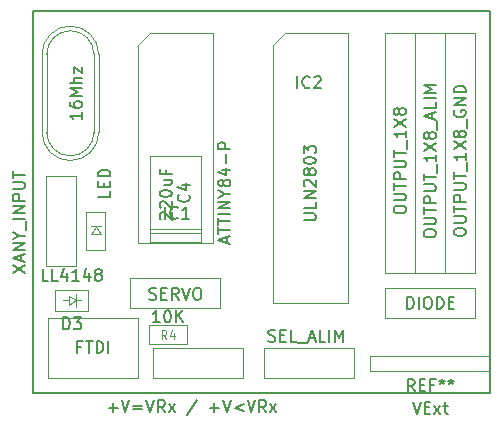
<source format=gbr>
G04 #@! TF.GenerationSoftware,KiCad,Pcbnew,(5.1.5)-3*
G04 #@! TF.CreationDate,2020-05-30T19:34:34+02:00*
G04 #@! TF.ProjectId,MutltiSwitch_Sw8,4d75746c-7469-4537-9769-7463685f5377,0.1*
G04 #@! TF.SameCoordinates,Original*
G04 #@! TF.FileFunction,Other,Fab,Top*
%FSLAX46Y46*%
G04 Gerber Fmt 4.6, Leading zero omitted, Abs format (unit mm)*
G04 Created by KiCad (PCBNEW (5.1.5)-3) date 2020-05-30 19:34:34*
%MOMM*%
%LPD*%
G04 APERTURE LIST*
%ADD10C,0.200000*%
%ADD11C,0.100000*%
%ADD12C,0.150000*%
%ADD13C,0.105000*%
G04 APERTURE END LIST*
D10*
X133350000Y-88265000D02*
X133350000Y-120650000D01*
X172085000Y-88265000D02*
X172085000Y-120650000D01*
X172085000Y-120650000D02*
X133350000Y-120650000D01*
X172085000Y-88265000D02*
X133350000Y-88265000D01*
D11*
X168275000Y-108585000D02*
X168275000Y-110490000D01*
X168275000Y-110490000D02*
X170815000Y-110490000D01*
X170815000Y-110490000D02*
X170815000Y-108585000D01*
X170815000Y-90170000D02*
X170815000Y-108585000D01*
X168275000Y-108585000D02*
X168275000Y-90170000D01*
X170815000Y-90170000D02*
X168275000Y-90170000D01*
X165735000Y-108585000D02*
X165735000Y-110490000D01*
X165735000Y-110490000D02*
X168275000Y-110490000D01*
X168275000Y-110490000D02*
X168275000Y-108585000D01*
X168275000Y-90170000D02*
X168275000Y-108585000D01*
X165735000Y-108585000D02*
X165735000Y-90170000D01*
X168275000Y-90170000D02*
X165735000Y-90170000D01*
X143240000Y-90170000D02*
X148590000Y-90170000D01*
X148590000Y-90170000D02*
X148590000Y-107950000D01*
X148590000Y-107950000D02*
X142240000Y-107950000D01*
X142240000Y-107950000D02*
X142240000Y-91170000D01*
X142240000Y-91170000D02*
X143240000Y-90170000D01*
X163195000Y-108585000D02*
X163195000Y-110490000D01*
X163195000Y-110490000D02*
X165735000Y-110490000D01*
X165735000Y-110490000D02*
X165735000Y-108585000D01*
X165735000Y-90170000D02*
X165735000Y-108585000D01*
X163195000Y-108585000D02*
X163195000Y-90170000D01*
X165735000Y-90170000D02*
X163195000Y-90170000D01*
X154670000Y-90170000D02*
X160020000Y-90170000D01*
X160020000Y-90170000D02*
X160020000Y-113030000D01*
X160020000Y-113030000D02*
X153670000Y-113030000D01*
X153670000Y-113030000D02*
X153670000Y-91170000D01*
X153670000Y-91170000D02*
X154670000Y-90170000D01*
X143510000Y-119380000D02*
X151130000Y-119380000D01*
X151130000Y-119380000D02*
X151130000Y-116840000D01*
X151130000Y-116840000D02*
X143510000Y-116840000D01*
X143510000Y-116840000D02*
X143510000Y-119380000D01*
X134493000Y-102235000D02*
X134493000Y-109855000D01*
X134493000Y-109855000D02*
X137033000Y-109855000D01*
X137033000Y-109855000D02*
X137033000Y-102235000D01*
X137033000Y-102235000D02*
X134493000Y-102235000D01*
X141605000Y-113411000D02*
X149225000Y-113411000D01*
X149225000Y-113411000D02*
X149225000Y-110871000D01*
X149225000Y-110871000D02*
X141605000Y-110871000D01*
X141605000Y-110871000D02*
X141605000Y-113411000D01*
X163195000Y-114300000D02*
X170815000Y-114300000D01*
X170815000Y-114300000D02*
X170815000Y-111760000D01*
X170815000Y-111760000D02*
X163195000Y-111760000D01*
X163195000Y-111760000D02*
X163195000Y-114300000D01*
X152908000Y-119380000D02*
X160528000Y-119380000D01*
X160528000Y-119380000D02*
X160528000Y-116840000D01*
X160528000Y-116840000D02*
X152908000Y-116840000D01*
X152908000Y-116840000D02*
X152908000Y-119380000D01*
X146380000Y-114897000D02*
X146380000Y-116497000D01*
X143180000Y-114897000D02*
X146380000Y-114897000D01*
X143180000Y-116497000D02*
X143180000Y-114897000D01*
X146380000Y-116497000D02*
X143180000Y-116497000D01*
X134620000Y-119380000D02*
X142240000Y-119380000D01*
X142240000Y-119380000D02*
X142240000Y-114300000D01*
X142240000Y-114300000D02*
X134620000Y-114300000D01*
X134620000Y-114300000D02*
X134620000Y-119380000D01*
X143265000Y-107825000D02*
X147565000Y-107825000D01*
X147565000Y-107825000D02*
X147565000Y-100525000D01*
X147565000Y-100525000D02*
X143265000Y-100525000D01*
X143265000Y-100525000D02*
X143265000Y-107825000D01*
X143265000Y-107095000D02*
X147565000Y-107095000D01*
X143265000Y-106730000D02*
X147565000Y-106730000D01*
X139084000Y-106485000D02*
X138284000Y-106485000D01*
X138684000Y-106535000D02*
X139084000Y-107135000D01*
X138284000Y-107135000D02*
X138684000Y-106535000D01*
X139084000Y-107135000D02*
X138284000Y-107135000D01*
X137884000Y-108535000D02*
X137884000Y-105335000D01*
X139484000Y-108535000D02*
X137884000Y-108535000D01*
X139484000Y-105335000D02*
X139484000Y-108535000D01*
X137884000Y-105335000D02*
X139484000Y-105335000D01*
X136402000Y-112776000D02*
X135902000Y-112776000D01*
X136402000Y-112376000D02*
X137002000Y-112776000D01*
X136402000Y-113176000D02*
X136402000Y-112376000D01*
X137002000Y-112776000D02*
X136402000Y-113176000D01*
X137002000Y-112776000D02*
X137002000Y-112226000D01*
X137002000Y-112776000D02*
X137002000Y-113326000D01*
X137402000Y-112776000D02*
X137002000Y-112776000D01*
X138052000Y-111876000D02*
X138052000Y-113676000D01*
X135252000Y-111876000D02*
X138052000Y-111876000D01*
X135252000Y-113676000D02*
X135252000Y-111876000D01*
X138052000Y-113676000D02*
X135252000Y-113676000D01*
X172085000Y-118745000D02*
X161925000Y-118745000D01*
X161925000Y-118745000D02*
X161925000Y-117475000D01*
X161925000Y-117475000D02*
X172085000Y-117475000D01*
X172085000Y-118745000D02*
X172085000Y-117475000D01*
X138925000Y-91950000D02*
G75*
G03X136525000Y-89550000I-2400000J0D01*
G01*
X136525000Y-89550000D02*
G75*
G03X134125000Y-91950000I0J-2400000D01*
G01*
X136525000Y-100950000D02*
G75*
G03X138925000Y-98550000I0J2400000D01*
G01*
X134125000Y-98550000D02*
G75*
G03X136525000Y-100950000I2400000J0D01*
G01*
X138925000Y-98550000D02*
X138925000Y-91950000D01*
X134125000Y-91950000D02*
X134125000Y-98550000D01*
X134525000Y-98650000D02*
X134525000Y-91850000D01*
X138525000Y-98650000D02*
X138525000Y-91850000D01*
X138525000Y-91950000D02*
G75*
G03X136525000Y-89950000I-2000000J0D01*
G01*
X136525000Y-89950000D02*
G75*
G03X134525000Y-91950000I0J-2000000D01*
G01*
X136525000Y-100550000D02*
G75*
G03X138525000Y-98550000I0J2000000D01*
G01*
X134525000Y-98550000D02*
G75*
G03X136525000Y-100550000I2000000J0D01*
G01*
D12*
X168997380Y-107084047D02*
X168997380Y-106893571D01*
X169045000Y-106798333D01*
X169140238Y-106703095D01*
X169330714Y-106655476D01*
X169664047Y-106655476D01*
X169854523Y-106703095D01*
X169949761Y-106798333D01*
X169997380Y-106893571D01*
X169997380Y-107084047D01*
X169949761Y-107179285D01*
X169854523Y-107274523D01*
X169664047Y-107322142D01*
X169330714Y-107322142D01*
X169140238Y-107274523D01*
X169045000Y-107179285D01*
X168997380Y-107084047D01*
X168997380Y-106226904D02*
X169806904Y-106226904D01*
X169902142Y-106179285D01*
X169949761Y-106131666D01*
X169997380Y-106036428D01*
X169997380Y-105845952D01*
X169949761Y-105750714D01*
X169902142Y-105703095D01*
X169806904Y-105655476D01*
X168997380Y-105655476D01*
X168997380Y-105322142D02*
X168997380Y-104750714D01*
X169997380Y-105036428D02*
X168997380Y-105036428D01*
X169997380Y-104417380D02*
X168997380Y-104417380D01*
X168997380Y-104036428D01*
X169045000Y-103941190D01*
X169092619Y-103893571D01*
X169187857Y-103845952D01*
X169330714Y-103845952D01*
X169425952Y-103893571D01*
X169473571Y-103941190D01*
X169521190Y-104036428D01*
X169521190Y-104417380D01*
X168997380Y-103417380D02*
X169806904Y-103417380D01*
X169902142Y-103369761D01*
X169949761Y-103322142D01*
X169997380Y-103226904D01*
X169997380Y-103036428D01*
X169949761Y-102941190D01*
X169902142Y-102893571D01*
X169806904Y-102845952D01*
X168997380Y-102845952D01*
X168997380Y-102512619D02*
X168997380Y-101941190D01*
X169997380Y-102226904D02*
X168997380Y-102226904D01*
X170092619Y-101845952D02*
X170092619Y-101084047D01*
X169997380Y-100322142D02*
X169997380Y-100893571D01*
X169997380Y-100607857D02*
X168997380Y-100607857D01*
X169140238Y-100703095D01*
X169235476Y-100798333D01*
X169283095Y-100893571D01*
X168997380Y-99988809D02*
X169997380Y-99322142D01*
X168997380Y-99322142D02*
X169997380Y-99988809D01*
X169425952Y-98798333D02*
X169378333Y-98893571D01*
X169330714Y-98941190D01*
X169235476Y-98988809D01*
X169187857Y-98988809D01*
X169092619Y-98941190D01*
X169045000Y-98893571D01*
X168997380Y-98798333D01*
X168997380Y-98607857D01*
X169045000Y-98512619D01*
X169092619Y-98465000D01*
X169187857Y-98417380D01*
X169235476Y-98417380D01*
X169330714Y-98465000D01*
X169378333Y-98512619D01*
X169425952Y-98607857D01*
X169425952Y-98798333D01*
X169473571Y-98893571D01*
X169521190Y-98941190D01*
X169616428Y-98988809D01*
X169806904Y-98988809D01*
X169902142Y-98941190D01*
X169949761Y-98893571D01*
X169997380Y-98798333D01*
X169997380Y-98607857D01*
X169949761Y-98512619D01*
X169902142Y-98465000D01*
X169806904Y-98417380D01*
X169616428Y-98417380D01*
X169521190Y-98465000D01*
X169473571Y-98512619D01*
X169425952Y-98607857D01*
X170092619Y-98226904D02*
X170092619Y-97465000D01*
X169045000Y-96703095D02*
X168997380Y-96798333D01*
X168997380Y-96941190D01*
X169045000Y-97084047D01*
X169140238Y-97179285D01*
X169235476Y-97226904D01*
X169425952Y-97274523D01*
X169568809Y-97274523D01*
X169759285Y-97226904D01*
X169854523Y-97179285D01*
X169949761Y-97084047D01*
X169997380Y-96941190D01*
X169997380Y-96845952D01*
X169949761Y-96703095D01*
X169902142Y-96655476D01*
X169568809Y-96655476D01*
X169568809Y-96845952D01*
X169997380Y-96226904D02*
X168997380Y-96226904D01*
X169997380Y-95655476D01*
X168997380Y-95655476D01*
X169997380Y-95179285D02*
X168997380Y-95179285D01*
X168997380Y-94941190D01*
X169045000Y-94798333D01*
X169140238Y-94703095D01*
X169235476Y-94655476D01*
X169425952Y-94607857D01*
X169568809Y-94607857D01*
X169759285Y-94655476D01*
X169854523Y-94703095D01*
X169949761Y-94798333D01*
X169997380Y-94941190D01*
X169997380Y-95179285D01*
X166457380Y-107203095D02*
X166457380Y-107012619D01*
X166505000Y-106917380D01*
X166600238Y-106822142D01*
X166790714Y-106774523D01*
X167124047Y-106774523D01*
X167314523Y-106822142D01*
X167409761Y-106917380D01*
X167457380Y-107012619D01*
X167457380Y-107203095D01*
X167409761Y-107298333D01*
X167314523Y-107393571D01*
X167124047Y-107441190D01*
X166790714Y-107441190D01*
X166600238Y-107393571D01*
X166505000Y-107298333D01*
X166457380Y-107203095D01*
X166457380Y-106345952D02*
X167266904Y-106345952D01*
X167362142Y-106298333D01*
X167409761Y-106250714D01*
X167457380Y-106155476D01*
X167457380Y-105965000D01*
X167409761Y-105869761D01*
X167362142Y-105822142D01*
X167266904Y-105774523D01*
X166457380Y-105774523D01*
X166457380Y-105441190D02*
X166457380Y-104869761D01*
X167457380Y-105155476D02*
X166457380Y-105155476D01*
X167457380Y-104536428D02*
X166457380Y-104536428D01*
X166457380Y-104155476D01*
X166505000Y-104060238D01*
X166552619Y-104012619D01*
X166647857Y-103965000D01*
X166790714Y-103965000D01*
X166885952Y-104012619D01*
X166933571Y-104060238D01*
X166981190Y-104155476D01*
X166981190Y-104536428D01*
X166457380Y-103536428D02*
X167266904Y-103536428D01*
X167362142Y-103488809D01*
X167409761Y-103441190D01*
X167457380Y-103345952D01*
X167457380Y-103155476D01*
X167409761Y-103060238D01*
X167362142Y-103012619D01*
X167266904Y-102965000D01*
X166457380Y-102965000D01*
X166457380Y-102631666D02*
X166457380Y-102060238D01*
X167457380Y-102345952D02*
X166457380Y-102345952D01*
X167552619Y-101965000D02*
X167552619Y-101203095D01*
X167457380Y-100441190D02*
X167457380Y-101012619D01*
X167457380Y-100726904D02*
X166457380Y-100726904D01*
X166600238Y-100822142D01*
X166695476Y-100917380D01*
X166743095Y-101012619D01*
X166457380Y-100107857D02*
X167457380Y-99441190D01*
X166457380Y-99441190D02*
X167457380Y-100107857D01*
X166885952Y-98917380D02*
X166838333Y-99012619D01*
X166790714Y-99060238D01*
X166695476Y-99107857D01*
X166647857Y-99107857D01*
X166552619Y-99060238D01*
X166505000Y-99012619D01*
X166457380Y-98917380D01*
X166457380Y-98726904D01*
X166505000Y-98631666D01*
X166552619Y-98584047D01*
X166647857Y-98536428D01*
X166695476Y-98536428D01*
X166790714Y-98584047D01*
X166838333Y-98631666D01*
X166885952Y-98726904D01*
X166885952Y-98917380D01*
X166933571Y-99012619D01*
X166981190Y-99060238D01*
X167076428Y-99107857D01*
X167266904Y-99107857D01*
X167362142Y-99060238D01*
X167409761Y-99012619D01*
X167457380Y-98917380D01*
X167457380Y-98726904D01*
X167409761Y-98631666D01*
X167362142Y-98584047D01*
X167266904Y-98536428D01*
X167076428Y-98536428D01*
X166981190Y-98584047D01*
X166933571Y-98631666D01*
X166885952Y-98726904D01*
X167552619Y-98345952D02*
X167552619Y-97584047D01*
X167171666Y-97393571D02*
X167171666Y-96917380D01*
X167457380Y-97488809D02*
X166457380Y-97155476D01*
X167457380Y-96822142D01*
X167457380Y-96012619D02*
X167457380Y-96488809D01*
X166457380Y-96488809D01*
X167457380Y-95679285D02*
X166457380Y-95679285D01*
X167457380Y-95203095D02*
X166457380Y-95203095D01*
X167171666Y-94869761D01*
X166457380Y-94536428D01*
X167457380Y-94536428D01*
X149772666Y-107893904D02*
X149772666Y-107417714D01*
X150058380Y-107989142D02*
X149058380Y-107655809D01*
X150058380Y-107322476D01*
X149058380Y-107132000D02*
X149058380Y-106560571D01*
X150058380Y-106846285D02*
X149058380Y-106846285D01*
X149058380Y-106370095D02*
X149058380Y-105798666D01*
X150058380Y-106084380D02*
X149058380Y-106084380D01*
X150058380Y-105465333D02*
X149058380Y-105465333D01*
X150058380Y-104989142D02*
X149058380Y-104989142D01*
X150058380Y-104417714D01*
X149058380Y-104417714D01*
X149582190Y-103751047D02*
X150058380Y-103751047D01*
X149058380Y-104084380D02*
X149582190Y-103751047D01*
X149058380Y-103417714D01*
X149486952Y-102941523D02*
X149439333Y-103036761D01*
X149391714Y-103084380D01*
X149296476Y-103132000D01*
X149248857Y-103132000D01*
X149153619Y-103084380D01*
X149106000Y-103036761D01*
X149058380Y-102941523D01*
X149058380Y-102751047D01*
X149106000Y-102655809D01*
X149153619Y-102608190D01*
X149248857Y-102560571D01*
X149296476Y-102560571D01*
X149391714Y-102608190D01*
X149439333Y-102655809D01*
X149486952Y-102751047D01*
X149486952Y-102941523D01*
X149534571Y-103036761D01*
X149582190Y-103084380D01*
X149677428Y-103132000D01*
X149867904Y-103132000D01*
X149963142Y-103084380D01*
X150010761Y-103036761D01*
X150058380Y-102941523D01*
X150058380Y-102751047D01*
X150010761Y-102655809D01*
X149963142Y-102608190D01*
X149867904Y-102560571D01*
X149677428Y-102560571D01*
X149582190Y-102608190D01*
X149534571Y-102655809D01*
X149486952Y-102751047D01*
X149391714Y-101703428D02*
X150058380Y-101703428D01*
X149010761Y-101941523D02*
X149725047Y-102179619D01*
X149725047Y-101560571D01*
X149677428Y-101179619D02*
X149677428Y-100417714D01*
X150058380Y-99941523D02*
X149058380Y-99941523D01*
X149058380Y-99560571D01*
X149106000Y-99465333D01*
X149153619Y-99417714D01*
X149248857Y-99370095D01*
X149391714Y-99370095D01*
X149486952Y-99417714D01*
X149534571Y-99465333D01*
X149582190Y-99560571D01*
X149582190Y-99941523D01*
X144565809Y-105862380D02*
X144565809Y-104862380D01*
X145613428Y-105767142D02*
X145565809Y-105814761D01*
X145422952Y-105862380D01*
X145327714Y-105862380D01*
X145184857Y-105814761D01*
X145089619Y-105719523D01*
X145042000Y-105624285D01*
X144994380Y-105433809D01*
X144994380Y-105290952D01*
X145042000Y-105100476D01*
X145089619Y-105005238D01*
X145184857Y-104910000D01*
X145327714Y-104862380D01*
X145422952Y-104862380D01*
X145565809Y-104910000D01*
X145613428Y-104957619D01*
X146565809Y-105862380D02*
X145994380Y-105862380D01*
X146280095Y-105862380D02*
X146280095Y-104862380D01*
X146184857Y-105005238D01*
X146089619Y-105100476D01*
X145994380Y-105148095D01*
X163917380Y-105179285D02*
X163917380Y-104988809D01*
X163965000Y-104893571D01*
X164060238Y-104798333D01*
X164250714Y-104750714D01*
X164584047Y-104750714D01*
X164774523Y-104798333D01*
X164869761Y-104893571D01*
X164917380Y-104988809D01*
X164917380Y-105179285D01*
X164869761Y-105274523D01*
X164774523Y-105369761D01*
X164584047Y-105417380D01*
X164250714Y-105417380D01*
X164060238Y-105369761D01*
X163965000Y-105274523D01*
X163917380Y-105179285D01*
X163917380Y-104322142D02*
X164726904Y-104322142D01*
X164822142Y-104274523D01*
X164869761Y-104226904D01*
X164917380Y-104131666D01*
X164917380Y-103941190D01*
X164869761Y-103845952D01*
X164822142Y-103798333D01*
X164726904Y-103750714D01*
X163917380Y-103750714D01*
X163917380Y-103417380D02*
X163917380Y-102845952D01*
X164917380Y-103131666D02*
X163917380Y-103131666D01*
X164917380Y-102512619D02*
X163917380Y-102512619D01*
X163917380Y-102131666D01*
X163965000Y-102036428D01*
X164012619Y-101988809D01*
X164107857Y-101941190D01*
X164250714Y-101941190D01*
X164345952Y-101988809D01*
X164393571Y-102036428D01*
X164441190Y-102131666D01*
X164441190Y-102512619D01*
X163917380Y-101512619D02*
X164726904Y-101512619D01*
X164822142Y-101465000D01*
X164869761Y-101417380D01*
X164917380Y-101322142D01*
X164917380Y-101131666D01*
X164869761Y-101036428D01*
X164822142Y-100988809D01*
X164726904Y-100941190D01*
X163917380Y-100941190D01*
X163917380Y-100607857D02*
X163917380Y-100036428D01*
X164917380Y-100322142D02*
X163917380Y-100322142D01*
X165012619Y-99941190D02*
X165012619Y-99179285D01*
X164917380Y-98417380D02*
X164917380Y-98988809D01*
X164917380Y-98703095D02*
X163917380Y-98703095D01*
X164060238Y-98798333D01*
X164155476Y-98893571D01*
X164203095Y-98988809D01*
X163917380Y-98084047D02*
X164917380Y-97417380D01*
X163917380Y-97417380D02*
X164917380Y-98084047D01*
X164345952Y-96893571D02*
X164298333Y-96988809D01*
X164250714Y-97036428D01*
X164155476Y-97084047D01*
X164107857Y-97084047D01*
X164012619Y-97036428D01*
X163965000Y-96988809D01*
X163917380Y-96893571D01*
X163917380Y-96703095D01*
X163965000Y-96607857D01*
X164012619Y-96560238D01*
X164107857Y-96512619D01*
X164155476Y-96512619D01*
X164250714Y-96560238D01*
X164298333Y-96607857D01*
X164345952Y-96703095D01*
X164345952Y-96893571D01*
X164393571Y-96988809D01*
X164441190Y-97036428D01*
X164536428Y-97084047D01*
X164726904Y-97084047D01*
X164822142Y-97036428D01*
X164869761Y-96988809D01*
X164917380Y-96893571D01*
X164917380Y-96703095D01*
X164869761Y-96607857D01*
X164822142Y-96560238D01*
X164726904Y-96512619D01*
X164536428Y-96512619D01*
X164441190Y-96560238D01*
X164393571Y-96607857D01*
X164345952Y-96703095D01*
X156297380Y-105989047D02*
X157106904Y-105989047D01*
X157202142Y-105941428D01*
X157249761Y-105893809D01*
X157297380Y-105798571D01*
X157297380Y-105608095D01*
X157249761Y-105512857D01*
X157202142Y-105465238D01*
X157106904Y-105417619D01*
X156297380Y-105417619D01*
X157297380Y-104465238D02*
X157297380Y-104941428D01*
X156297380Y-104941428D01*
X157297380Y-104131904D02*
X156297380Y-104131904D01*
X157297380Y-103560476D01*
X156297380Y-103560476D01*
X156392619Y-103131904D02*
X156345000Y-103084285D01*
X156297380Y-102989047D01*
X156297380Y-102750952D01*
X156345000Y-102655714D01*
X156392619Y-102608095D01*
X156487857Y-102560476D01*
X156583095Y-102560476D01*
X156725952Y-102608095D01*
X157297380Y-103179523D01*
X157297380Y-102560476D01*
X156725952Y-101989047D02*
X156678333Y-102084285D01*
X156630714Y-102131904D01*
X156535476Y-102179523D01*
X156487857Y-102179523D01*
X156392619Y-102131904D01*
X156345000Y-102084285D01*
X156297380Y-101989047D01*
X156297380Y-101798571D01*
X156345000Y-101703333D01*
X156392619Y-101655714D01*
X156487857Y-101608095D01*
X156535476Y-101608095D01*
X156630714Y-101655714D01*
X156678333Y-101703333D01*
X156725952Y-101798571D01*
X156725952Y-101989047D01*
X156773571Y-102084285D01*
X156821190Y-102131904D01*
X156916428Y-102179523D01*
X157106904Y-102179523D01*
X157202142Y-102131904D01*
X157249761Y-102084285D01*
X157297380Y-101989047D01*
X157297380Y-101798571D01*
X157249761Y-101703333D01*
X157202142Y-101655714D01*
X157106904Y-101608095D01*
X156916428Y-101608095D01*
X156821190Y-101655714D01*
X156773571Y-101703333D01*
X156725952Y-101798571D01*
X156297380Y-100989047D02*
X156297380Y-100893809D01*
X156345000Y-100798571D01*
X156392619Y-100750952D01*
X156487857Y-100703333D01*
X156678333Y-100655714D01*
X156916428Y-100655714D01*
X157106904Y-100703333D01*
X157202142Y-100750952D01*
X157249761Y-100798571D01*
X157297380Y-100893809D01*
X157297380Y-100989047D01*
X157249761Y-101084285D01*
X157202142Y-101131904D01*
X157106904Y-101179523D01*
X156916428Y-101227142D01*
X156678333Y-101227142D01*
X156487857Y-101179523D01*
X156392619Y-101131904D01*
X156345000Y-101084285D01*
X156297380Y-100989047D01*
X156297380Y-100322380D02*
X156297380Y-99703333D01*
X156678333Y-100036666D01*
X156678333Y-99893809D01*
X156725952Y-99798571D01*
X156773571Y-99750952D01*
X156868809Y-99703333D01*
X157106904Y-99703333D01*
X157202142Y-99750952D01*
X157249761Y-99798571D01*
X157297380Y-99893809D01*
X157297380Y-100179523D01*
X157249761Y-100274761D01*
X157202142Y-100322380D01*
X155741809Y-94813380D02*
X155741809Y-93813380D01*
X156789428Y-94718142D02*
X156741809Y-94765761D01*
X156598952Y-94813380D01*
X156503714Y-94813380D01*
X156360857Y-94765761D01*
X156265619Y-94670523D01*
X156218000Y-94575285D01*
X156170380Y-94384809D01*
X156170380Y-94241952D01*
X156218000Y-94051476D01*
X156265619Y-93956238D01*
X156360857Y-93861000D01*
X156503714Y-93813380D01*
X156598952Y-93813380D01*
X156741809Y-93861000D01*
X156789428Y-93908619D01*
X157170380Y-93908619D02*
X157218000Y-93861000D01*
X157313238Y-93813380D01*
X157551333Y-93813380D01*
X157646571Y-93861000D01*
X157694190Y-93908619D01*
X157741809Y-94003857D01*
X157741809Y-94099095D01*
X157694190Y-94241952D01*
X157122761Y-94813380D01*
X157741809Y-94813380D01*
X139764380Y-121864428D02*
X140526285Y-121864428D01*
X140145333Y-122245380D02*
X140145333Y-121483476D01*
X140859619Y-121245380D02*
X141192952Y-122245380D01*
X141526285Y-121245380D01*
X141859619Y-121721571D02*
X142621523Y-121721571D01*
X142621523Y-122007285D02*
X141859619Y-122007285D01*
X142954857Y-121245380D02*
X143288190Y-122245380D01*
X143621523Y-121245380D01*
X144526285Y-122245380D02*
X144192952Y-121769190D01*
X143954857Y-122245380D02*
X143954857Y-121245380D01*
X144335809Y-121245380D01*
X144431047Y-121293000D01*
X144478666Y-121340619D01*
X144526285Y-121435857D01*
X144526285Y-121578714D01*
X144478666Y-121673952D01*
X144431047Y-121721571D01*
X144335809Y-121769190D01*
X143954857Y-121769190D01*
X144859619Y-122245380D02*
X145383428Y-121578714D01*
X144859619Y-121578714D02*
X145383428Y-122245380D01*
X147240571Y-121197761D02*
X146383428Y-122483476D01*
X148335809Y-121864428D02*
X149097714Y-121864428D01*
X148716761Y-122245380D02*
X148716761Y-121483476D01*
X149431047Y-121245380D02*
X149764380Y-122245380D01*
X150097714Y-121245380D01*
X151192952Y-121578714D02*
X150431047Y-121864428D01*
X151192952Y-122150142D01*
X151526285Y-121245380D02*
X151859619Y-122245380D01*
X152192952Y-121245380D01*
X153097714Y-122245380D02*
X152764380Y-121769190D01*
X152526285Y-122245380D02*
X152526285Y-121245380D01*
X152907238Y-121245380D01*
X153002476Y-121293000D01*
X153050095Y-121340619D01*
X153097714Y-121435857D01*
X153097714Y-121578714D01*
X153050095Y-121673952D01*
X153002476Y-121721571D01*
X152907238Y-121769190D01*
X152526285Y-121769190D01*
X153431047Y-122245380D02*
X153954857Y-121578714D01*
X153431047Y-121578714D02*
X153954857Y-122245380D01*
X131659380Y-110433904D02*
X132659380Y-109767238D01*
X131659380Y-109767238D02*
X132659380Y-110433904D01*
X132373666Y-109433904D02*
X132373666Y-108957714D01*
X132659380Y-109529142D02*
X131659380Y-109195809D01*
X132659380Y-108862476D01*
X132659380Y-108529142D02*
X131659380Y-108529142D01*
X132659380Y-107957714D01*
X131659380Y-107957714D01*
X132183190Y-107291047D02*
X132659380Y-107291047D01*
X131659380Y-107624380D02*
X132183190Y-107291047D01*
X131659380Y-106957714D01*
X132754619Y-106862476D02*
X132754619Y-106100571D01*
X132659380Y-105862476D02*
X131659380Y-105862476D01*
X132659380Y-105386285D02*
X131659380Y-105386285D01*
X132659380Y-104814857D01*
X131659380Y-104814857D01*
X132659380Y-104338666D02*
X131659380Y-104338666D01*
X131659380Y-103957714D01*
X131707000Y-103862476D01*
X131754619Y-103814857D01*
X131849857Y-103767238D01*
X131992714Y-103767238D01*
X132087952Y-103814857D01*
X132135571Y-103862476D01*
X132183190Y-103957714D01*
X132183190Y-104338666D01*
X131659380Y-103338666D02*
X132468904Y-103338666D01*
X132564142Y-103291047D01*
X132611761Y-103243428D01*
X132659380Y-103148190D01*
X132659380Y-102957714D01*
X132611761Y-102862476D01*
X132564142Y-102814857D01*
X132468904Y-102767238D01*
X131659380Y-102767238D01*
X131659380Y-102433904D02*
X131659380Y-101862476D01*
X132659380Y-102148190D02*
X131659380Y-102148190D01*
X143224523Y-112672761D02*
X143367380Y-112720380D01*
X143605476Y-112720380D01*
X143700714Y-112672761D01*
X143748333Y-112625142D01*
X143795952Y-112529904D01*
X143795952Y-112434666D01*
X143748333Y-112339428D01*
X143700714Y-112291809D01*
X143605476Y-112244190D01*
X143415000Y-112196571D01*
X143319761Y-112148952D01*
X143272142Y-112101333D01*
X143224523Y-112006095D01*
X143224523Y-111910857D01*
X143272142Y-111815619D01*
X143319761Y-111768000D01*
X143415000Y-111720380D01*
X143653095Y-111720380D01*
X143795952Y-111768000D01*
X144224523Y-112196571D02*
X144557857Y-112196571D01*
X144700714Y-112720380D02*
X144224523Y-112720380D01*
X144224523Y-111720380D01*
X144700714Y-111720380D01*
X145700714Y-112720380D02*
X145367380Y-112244190D01*
X145129285Y-112720380D02*
X145129285Y-111720380D01*
X145510238Y-111720380D01*
X145605476Y-111768000D01*
X145653095Y-111815619D01*
X145700714Y-111910857D01*
X145700714Y-112053714D01*
X145653095Y-112148952D01*
X145605476Y-112196571D01*
X145510238Y-112244190D01*
X145129285Y-112244190D01*
X145986428Y-111720380D02*
X146319761Y-112720380D01*
X146653095Y-111720380D01*
X147176904Y-111720380D02*
X147367380Y-111720380D01*
X147462619Y-111768000D01*
X147557857Y-111863238D01*
X147605476Y-112053714D01*
X147605476Y-112387047D01*
X147557857Y-112577523D01*
X147462619Y-112672761D01*
X147367380Y-112720380D01*
X147176904Y-112720380D01*
X147081666Y-112672761D01*
X146986428Y-112577523D01*
X146938809Y-112387047D01*
X146938809Y-112053714D01*
X146986428Y-111863238D01*
X147081666Y-111768000D01*
X147176904Y-111720380D01*
X165028809Y-113482380D02*
X165028809Y-112482380D01*
X165266904Y-112482380D01*
X165409761Y-112530000D01*
X165505000Y-112625238D01*
X165552619Y-112720476D01*
X165600238Y-112910952D01*
X165600238Y-113053809D01*
X165552619Y-113244285D01*
X165505000Y-113339523D01*
X165409761Y-113434761D01*
X165266904Y-113482380D01*
X165028809Y-113482380D01*
X166028809Y-113482380D02*
X166028809Y-112482380D01*
X166695476Y-112482380D02*
X166885952Y-112482380D01*
X166981190Y-112530000D01*
X167076428Y-112625238D01*
X167124047Y-112815714D01*
X167124047Y-113149047D01*
X167076428Y-113339523D01*
X166981190Y-113434761D01*
X166885952Y-113482380D01*
X166695476Y-113482380D01*
X166600238Y-113434761D01*
X166505000Y-113339523D01*
X166457380Y-113149047D01*
X166457380Y-112815714D01*
X166505000Y-112625238D01*
X166600238Y-112530000D01*
X166695476Y-112482380D01*
X167552619Y-113482380D02*
X167552619Y-112482380D01*
X167790714Y-112482380D01*
X167933571Y-112530000D01*
X168028809Y-112625238D01*
X168076428Y-112720476D01*
X168124047Y-112910952D01*
X168124047Y-113053809D01*
X168076428Y-113244285D01*
X168028809Y-113339523D01*
X167933571Y-113434761D01*
X167790714Y-113482380D01*
X167552619Y-113482380D01*
X168552619Y-112958571D02*
X168885952Y-112958571D01*
X169028809Y-113482380D02*
X168552619Y-113482380D01*
X168552619Y-112482380D01*
X169028809Y-112482380D01*
X153297333Y-116228761D02*
X153440190Y-116276380D01*
X153678285Y-116276380D01*
X153773523Y-116228761D01*
X153821142Y-116181142D01*
X153868761Y-116085904D01*
X153868761Y-115990666D01*
X153821142Y-115895428D01*
X153773523Y-115847809D01*
X153678285Y-115800190D01*
X153487809Y-115752571D01*
X153392571Y-115704952D01*
X153344952Y-115657333D01*
X153297333Y-115562095D01*
X153297333Y-115466857D01*
X153344952Y-115371619D01*
X153392571Y-115324000D01*
X153487809Y-115276380D01*
X153725904Y-115276380D01*
X153868761Y-115324000D01*
X154297333Y-115752571D02*
X154630666Y-115752571D01*
X154773523Y-116276380D02*
X154297333Y-116276380D01*
X154297333Y-115276380D01*
X154773523Y-115276380D01*
X155678285Y-116276380D02*
X155202095Y-116276380D01*
X155202095Y-115276380D01*
X155773523Y-116371619D02*
X156535428Y-116371619D01*
X156725904Y-115990666D02*
X157202095Y-115990666D01*
X156630666Y-116276380D02*
X156964000Y-115276380D01*
X157297333Y-116276380D01*
X158106857Y-116276380D02*
X157630666Y-116276380D01*
X157630666Y-115276380D01*
X158440190Y-116276380D02*
X158440190Y-115276380D01*
X158916380Y-116276380D02*
X158916380Y-115276380D01*
X159249714Y-115990666D01*
X159583047Y-115276380D01*
X159583047Y-116276380D01*
X144089523Y-114625380D02*
X143518095Y-114625380D01*
X143803809Y-114625380D02*
X143803809Y-113625380D01*
X143708571Y-113768238D01*
X143613333Y-113863476D01*
X143518095Y-113911095D01*
X144708571Y-113625380D02*
X144803809Y-113625380D01*
X144899047Y-113673000D01*
X144946666Y-113720619D01*
X144994285Y-113815857D01*
X145041904Y-114006333D01*
X145041904Y-114244428D01*
X144994285Y-114434904D01*
X144946666Y-114530142D01*
X144899047Y-114577761D01*
X144803809Y-114625380D01*
X144708571Y-114625380D01*
X144613333Y-114577761D01*
X144565714Y-114530142D01*
X144518095Y-114434904D01*
X144470476Y-114244428D01*
X144470476Y-114006333D01*
X144518095Y-113815857D01*
X144565714Y-113720619D01*
X144613333Y-113673000D01*
X144708571Y-113625380D01*
X145470476Y-114625380D02*
X145470476Y-113625380D01*
X146041904Y-114625380D02*
X145613333Y-114053952D01*
X146041904Y-113625380D02*
X145470476Y-114196809D01*
D13*
X144663333Y-116013666D02*
X144430000Y-115680333D01*
X144263333Y-116013666D02*
X144263333Y-115313666D01*
X144530000Y-115313666D01*
X144596666Y-115347000D01*
X144630000Y-115380333D01*
X144663333Y-115447000D01*
X144663333Y-115547000D01*
X144630000Y-115613666D01*
X144596666Y-115647000D01*
X144530000Y-115680333D01*
X144263333Y-115680333D01*
X145263333Y-115547000D02*
X145263333Y-116013666D01*
X145096666Y-115280333D02*
X144930000Y-115780333D01*
X145363333Y-115780333D01*
D12*
X137453809Y-116705071D02*
X137120476Y-116705071D01*
X137120476Y-117228880D02*
X137120476Y-116228880D01*
X137596666Y-116228880D01*
X137834761Y-116228880D02*
X138406190Y-116228880D01*
X138120476Y-117228880D02*
X138120476Y-116228880D01*
X138739523Y-117228880D02*
X138739523Y-116228880D01*
X138977619Y-116228880D01*
X139120476Y-116276500D01*
X139215714Y-116371738D01*
X139263333Y-116466976D01*
X139310952Y-116657452D01*
X139310952Y-116800309D01*
X139263333Y-116990785D01*
X139215714Y-117086023D01*
X139120476Y-117181261D01*
X138977619Y-117228880D01*
X138739523Y-117228880D01*
X139739523Y-117228880D02*
X139739523Y-116228880D01*
X144200619Y-105913047D02*
X144153000Y-105865428D01*
X144105380Y-105770190D01*
X144105380Y-105532095D01*
X144153000Y-105436857D01*
X144200619Y-105389238D01*
X144295857Y-105341619D01*
X144391095Y-105341619D01*
X144533952Y-105389238D01*
X145105380Y-105960666D01*
X145105380Y-105341619D01*
X144200619Y-104960666D02*
X144153000Y-104913047D01*
X144105380Y-104817809D01*
X144105380Y-104579714D01*
X144153000Y-104484476D01*
X144200619Y-104436857D01*
X144295857Y-104389238D01*
X144391095Y-104389238D01*
X144533952Y-104436857D01*
X145105380Y-105008285D01*
X145105380Y-104389238D01*
X144105380Y-103770190D02*
X144105380Y-103674952D01*
X144153000Y-103579714D01*
X144200619Y-103532095D01*
X144295857Y-103484476D01*
X144486333Y-103436857D01*
X144724428Y-103436857D01*
X144914904Y-103484476D01*
X145010142Y-103532095D01*
X145057761Y-103579714D01*
X145105380Y-103674952D01*
X145105380Y-103770190D01*
X145057761Y-103865428D01*
X145010142Y-103913047D01*
X144914904Y-103960666D01*
X144724428Y-104008285D01*
X144486333Y-104008285D01*
X144295857Y-103960666D01*
X144200619Y-103913047D01*
X144153000Y-103865428D01*
X144105380Y-103770190D01*
X144438714Y-102579714D02*
X145105380Y-102579714D01*
X144438714Y-103008285D02*
X144962523Y-103008285D01*
X145057761Y-102960666D01*
X145105380Y-102865428D01*
X145105380Y-102722571D01*
X145057761Y-102627333D01*
X145010142Y-102579714D01*
X144581571Y-101770190D02*
X144581571Y-102103523D01*
X145105380Y-102103523D02*
X144105380Y-102103523D01*
X144105380Y-101627333D01*
X146534142Y-103833666D02*
X146581761Y-103881285D01*
X146629380Y-104024142D01*
X146629380Y-104119380D01*
X146581761Y-104262238D01*
X146486523Y-104357476D01*
X146391285Y-104405095D01*
X146200809Y-104452714D01*
X146057952Y-104452714D01*
X145867476Y-104405095D01*
X145772238Y-104357476D01*
X145677000Y-104262238D01*
X145629380Y-104119380D01*
X145629380Y-104024142D01*
X145677000Y-103881285D01*
X145724619Y-103833666D01*
X145962714Y-102976523D02*
X146629380Y-102976523D01*
X145581761Y-103214619D02*
X146296047Y-103452714D01*
X146296047Y-102833666D01*
X139898380Y-103512857D02*
X139898380Y-103989047D01*
X138898380Y-103989047D01*
X139374571Y-103179523D02*
X139374571Y-102846190D01*
X139898380Y-102703333D02*
X139898380Y-103179523D01*
X138898380Y-103179523D01*
X138898380Y-102703333D01*
X139898380Y-102274761D02*
X138898380Y-102274761D01*
X138898380Y-102036666D01*
X138946000Y-101893809D01*
X139041238Y-101798571D01*
X139136476Y-101750952D01*
X139326952Y-101703333D01*
X139469809Y-101703333D01*
X139660285Y-101750952D01*
X139755523Y-101798571D01*
X139850761Y-101893809D01*
X139898380Y-102036666D01*
X139898380Y-102274761D01*
X134652000Y-111128380D02*
X134175809Y-111128380D01*
X134175809Y-110128380D01*
X135461523Y-111128380D02*
X134985333Y-111128380D01*
X134985333Y-110128380D01*
X136223428Y-110461714D02*
X136223428Y-111128380D01*
X135985333Y-110080761D02*
X135747238Y-110795047D01*
X136366285Y-110795047D01*
X137271047Y-111128380D02*
X136699619Y-111128380D01*
X136985333Y-111128380D02*
X136985333Y-110128380D01*
X136890095Y-110271238D01*
X136794857Y-110366476D01*
X136699619Y-110414095D01*
X138128190Y-110461714D02*
X138128190Y-111128380D01*
X137890095Y-110080761D02*
X137652000Y-110795047D01*
X138271047Y-110795047D01*
X138794857Y-110556952D02*
X138699619Y-110509333D01*
X138652000Y-110461714D01*
X138604380Y-110366476D01*
X138604380Y-110318857D01*
X138652000Y-110223619D01*
X138699619Y-110176000D01*
X138794857Y-110128380D01*
X138985333Y-110128380D01*
X139080571Y-110176000D01*
X139128190Y-110223619D01*
X139175809Y-110318857D01*
X139175809Y-110366476D01*
X139128190Y-110461714D01*
X139080571Y-110509333D01*
X138985333Y-110556952D01*
X138794857Y-110556952D01*
X138699619Y-110604571D01*
X138652000Y-110652190D01*
X138604380Y-110747428D01*
X138604380Y-110937904D01*
X138652000Y-111033142D01*
X138699619Y-111080761D01*
X138794857Y-111128380D01*
X138985333Y-111128380D01*
X139080571Y-111080761D01*
X139128190Y-111033142D01*
X139175809Y-110937904D01*
X139175809Y-110747428D01*
X139128190Y-110652190D01*
X139080571Y-110604571D01*
X138985333Y-110556952D01*
X135913904Y-115228380D02*
X135913904Y-114228380D01*
X136152000Y-114228380D01*
X136294857Y-114276000D01*
X136390095Y-114371238D01*
X136437714Y-114466476D01*
X136485333Y-114656952D01*
X136485333Y-114799809D01*
X136437714Y-114990285D01*
X136390095Y-115085523D01*
X136294857Y-115180761D01*
X136152000Y-115228380D01*
X135913904Y-115228380D01*
X136818666Y-114228380D02*
X137437714Y-114228380D01*
X137104380Y-114609333D01*
X137247238Y-114609333D01*
X137342476Y-114656952D01*
X137390095Y-114704571D01*
X137437714Y-114799809D01*
X137437714Y-115037904D01*
X137390095Y-115133142D01*
X137342476Y-115180761D01*
X137247238Y-115228380D01*
X136961523Y-115228380D01*
X136866285Y-115180761D01*
X136818666Y-115133142D01*
X165528809Y-121372380D02*
X165862142Y-122372380D01*
X166195476Y-121372380D01*
X166528809Y-121848571D02*
X166862142Y-121848571D01*
X167005000Y-122372380D02*
X166528809Y-122372380D01*
X166528809Y-121372380D01*
X167005000Y-121372380D01*
X167338333Y-122372380D02*
X167862142Y-121705714D01*
X167338333Y-121705714D02*
X167862142Y-122372380D01*
X168100238Y-121705714D02*
X168481190Y-121705714D01*
X168243095Y-121372380D02*
X168243095Y-122229523D01*
X168290714Y-122324761D01*
X168385952Y-122372380D01*
X168481190Y-122372380D01*
X165671666Y-120467380D02*
X165338333Y-119991190D01*
X165100238Y-120467380D02*
X165100238Y-119467380D01*
X165481190Y-119467380D01*
X165576428Y-119515000D01*
X165624047Y-119562619D01*
X165671666Y-119657857D01*
X165671666Y-119800714D01*
X165624047Y-119895952D01*
X165576428Y-119943571D01*
X165481190Y-119991190D01*
X165100238Y-119991190D01*
X166100238Y-119943571D02*
X166433571Y-119943571D01*
X166576428Y-120467380D02*
X166100238Y-120467380D01*
X166100238Y-119467380D01*
X166576428Y-119467380D01*
X167338333Y-119943571D02*
X167005000Y-119943571D01*
X167005000Y-120467380D02*
X167005000Y-119467380D01*
X167481190Y-119467380D01*
X168005000Y-119467380D02*
X168005000Y-119705476D01*
X167766904Y-119610238D02*
X168005000Y-119705476D01*
X168243095Y-119610238D01*
X167862142Y-119895952D02*
X168005000Y-119705476D01*
X168147857Y-119895952D01*
X168766904Y-119467380D02*
X168766904Y-119705476D01*
X168528809Y-119610238D02*
X168766904Y-119705476D01*
X169005000Y-119610238D01*
X168624047Y-119895952D02*
X168766904Y-119705476D01*
X168909761Y-119895952D01*
X137477380Y-96869047D02*
X137477380Y-97440476D01*
X137477380Y-97154761D02*
X136477380Y-97154761D01*
X136620238Y-97250000D01*
X136715476Y-97345238D01*
X136763095Y-97440476D01*
X136477380Y-96011904D02*
X136477380Y-96202380D01*
X136525000Y-96297619D01*
X136572619Y-96345238D01*
X136715476Y-96440476D01*
X136905952Y-96488095D01*
X137286904Y-96488095D01*
X137382142Y-96440476D01*
X137429761Y-96392857D01*
X137477380Y-96297619D01*
X137477380Y-96107142D01*
X137429761Y-96011904D01*
X137382142Y-95964285D01*
X137286904Y-95916666D01*
X137048809Y-95916666D01*
X136953571Y-95964285D01*
X136905952Y-96011904D01*
X136858333Y-96107142D01*
X136858333Y-96297619D01*
X136905952Y-96392857D01*
X136953571Y-96440476D01*
X137048809Y-96488095D01*
X137477380Y-95488095D02*
X136477380Y-95488095D01*
X137191666Y-95154761D01*
X136477380Y-94821428D01*
X137477380Y-94821428D01*
X137477380Y-94345238D02*
X136477380Y-94345238D01*
X137477380Y-93916666D02*
X136953571Y-93916666D01*
X136858333Y-93964285D01*
X136810714Y-94059523D01*
X136810714Y-94202380D01*
X136858333Y-94297619D01*
X136905952Y-94345238D01*
X136810714Y-93535714D02*
X136810714Y-93011904D01*
X137477380Y-93535714D01*
X137477380Y-93011904D01*
M02*

</source>
